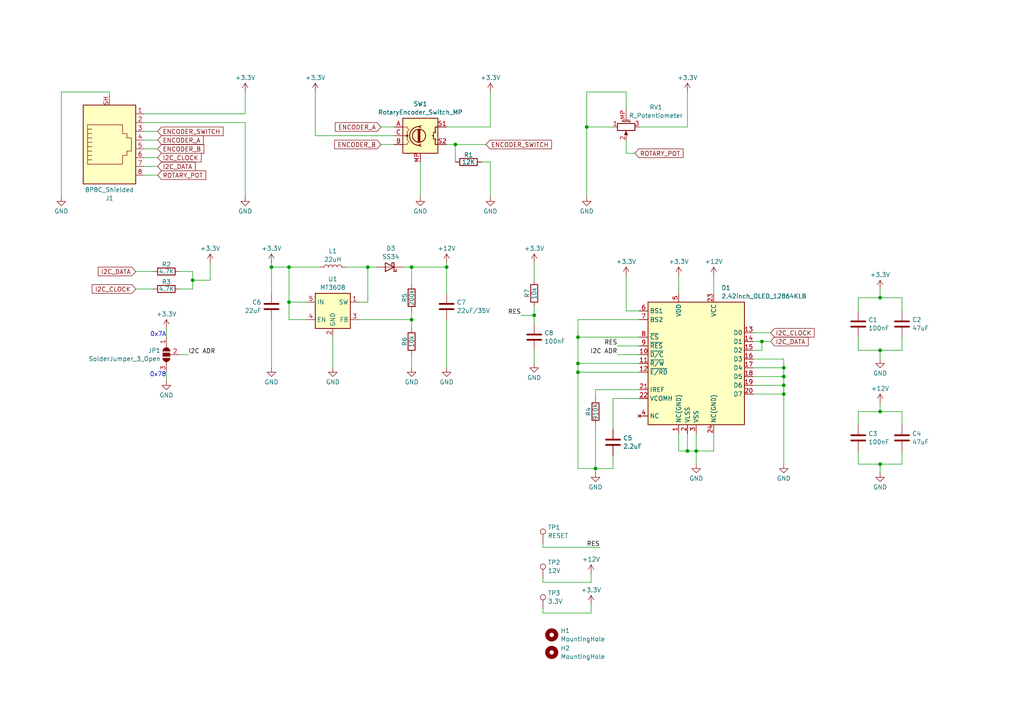
<source format=kicad_sch>
(kicad_sch (version 20231120) (generator "eeschema") (generator_version "8.0")
  (paper "A4")
  (title_block (title "OSSM Custom Remote") (date "2024-08-24") (company "Research and Desire"))
  (lib_symbols
    (symbol "Connector:8P8C_Shielded" (pin_names (offset 1.016))
      (property "Reference" "J1" (at 0 16.8445 0))
      (property "Value" "8P8C_Shielded" (at 0 14.4202 0))
      (symbol "8P8C_Shielded_0_1"
        (polyline (pts (xy -5.08 4.445) (xy -6.35 4.445)))
        (polyline (pts (xy -5.08 5.715) (xy -6.35 5.715)))
        (polyline (pts (xy -6.35 -3.175) (xy -5.08 -3.175) (xy -5.08 -3.175)))
        (polyline (pts (xy -6.35 -1.905) (xy -5.08 -1.905) (xy -5.08 -1.905)))
        (polyline (pts (xy -6.35 -0.635) (xy -5.08 -0.635) (xy -5.08 -0.635)))
        (polyline (pts (xy -6.35 0.635) (xy -5.08 0.635) (xy -5.08 0.635)))
        (polyline (pts (xy -6.35 1.905) (xy -5.08 1.905) (xy -5.08 1.905)))
        (polyline (pts (xy -5.08 3.175) (xy -6.35 3.175) (xy -6.35 3.175)))
        (polyline (pts (xy -6.35 -4.445) (xy -6.35 6.985) (xy 3.81 6.985) (xy 3.81 4.445) (xy 5.08 4.445) (xy 5.08 3.175) (xy 6.35 3.175) (xy 6.35 -0.635) (xy 5.08 -0.635) (xy 5.08 -1.905) (xy 3.81 -1.905) (xy 3.81 -4.445) (xy -6.35 -4.445) (xy -6.35 -4.445)))
        (rectangle (start 7.62 12.7) (end -7.62 -10.16) (stroke (width 0.254)) (fill (type background)))
      )
      (symbol "8P8C_Shielded_1_1"
        (pin power_out line (at 10.16 -7.62 180) (length 2.54) (name "~") (number "1"))
        (pin power_out line (at 10.16 -5.08 180) (length 2.54) (name "~") (number "2"))
        (pin passive line (at 10.16 -2.54 180) (length 2.54) (name "~") (number "3"))
        (pin passive line (at 10.16 0 180) (length 2.54) (name "~") (number "4"))
        (pin passive line (at 10.16 2.54 180) (length 2.54) (name "~") (number "5"))
        (pin passive line (at 10.16 5.08 180) (length 2.54) (name "~") (number "6"))
        (pin passive line (at 10.16 7.62 180) (length 2.54) (name "~") (number "7"))
        (pin passive line (at 10.16 10.16 180) (length 2.54) (name "~") (number "8"))
        (pin passive line (at 0 -12.7 90) (length 2.54) (name "~") (number "SH"))
      )
    )
    (symbol "Connector:TestPoint" (pin_numbers hide) (pin_names (offset 0.762) hide)
      (property "Reference" "TP" (at 0 6.858 0))
      (property "Value" "TestPoint" (at 0 5.08 0))
      (symbol "TestPoint_0_1"
        (circle (center 0 3.302) (radius 0.762))
      )
      (symbol "TestPoint_1_1"
        (pin passive line (at 0 0 90) (length 2.54) (name "1") (number "1"))
      )
    )
    (symbol "Device:C" (pin_numbers hide) (pin_names (offset 0.254))
      (property "Reference" "C" (at 0.635 2.54 0))
      (property "Value" "C" (at 0.635 -2.54 0))
      (symbol "C_0_1"
        (polyline (pts (xy -2.032 -0.762) (xy 2.032 -0.762)) (stroke (width 0.508)))
        (polyline (pts (xy -2.032 0.762) (xy 2.032 0.762)) (stroke (width 0.508)))
      )
      (symbol "C_1_1"
        (pin passive line (at 0 3.81 270) (length 2.794) (name "~") (number "1"))
        (pin passive line (at 0 -3.81 90) (length 2.794) (name "~") (number "2"))
      )
    )
    (symbol "Device:L" (pin_numbers hide) (pin_names (offset 1.016) hide)
      (property "Reference" "L" (at -1.27 0 90))
      (property "Value" "L" (at 1.905 0 90))
      (symbol "L_0_1"
        (arc (start 0 -2.54) (mid 0.6323 -1.905) (end 0 -1.27))
        (arc (start 0 -1.27) (mid 0.6323 -0.635) (end 0 0))
        (arc (start 0 0) (mid 0.6323 0.635) (end 0 1.27))
        (arc (start 0 1.27) (mid 0.6323 1.905) (end 0 2.54))
      )
      (symbol "L_1_1"
        (pin passive line (at 0 3.81 270) (length 1.27) (name "1") (number "1"))
        (pin passive line (at 0 -3.81 90) (length 1.27) (name "2") (number "2"))
      )
    )
    (symbol "Device:R" (pin_numbers hide) (pin_names (offset 0))
      (property "Reference" "R" (at 2.032 0 90))
      (property "Value" "R" (at 0 0 90))
      (symbol "R_0_1"
        (rectangle (start -1.016 -2.54) (end 1.016 2.54) (stroke (width 0.254)))
      )
      (symbol "R_1_1"
        (pin passive line (at 0 3.81 270) (length 1.27) (name "~") (number "1"))
        (pin passive line (at 0 -3.81 90) (length 1.27) (name "~") (number "2"))
      )
    )
    (symbol "Device:R_Potentiometer_MountingPin" (pin_names (offset 1.016) hide)
      (property "Reference" "RV" (at -8.255 0 90))
      (property "Value" "R_Potentiometer_MountingPin" (at -6.35 0 90))
      (symbol "R_Potentiometer_MountingPin_0_1"
        (polyline (pts (xy 2.54 0) (xy 1.524 0)))
        (polyline (pts (xy 1.143 0) (xy 2.286 0.508) (xy 2.286 -0.508)) (fill (type outline)))
        (rectangle (start 1.016 2.54) (end -1.016 -2.54) (stroke (width 0.254)))
      )
      (symbol "R_Potentiometer_MountingPin_1_1"
        (polyline (pts (xy -2.032 1.016) (xy -2.032 -1.016)) (stroke (width 0.1524)))
        (text "Mounting" (at -1.651 0 900) (effects (font (size 0.381 0.381))))
        (pin passive line (at 0 3.81 270) (length 1.27) (name "1") (number "1"))
        (pin passive line (at 3.81 0 180) (length 1.27) (name "2") (number "2"))
        (pin passive line (at 0 -3.81 90) (length 1.27) (name "3") (number "3"))
        (pin passive line (at -5.08 0 0) (length 3.048) (name "MountPin") (number "MP"))
      )
    )
    (symbol "Device:RotaryEncoder_Switch_MP" (pin_names (offset 0.254) hide)
      (property "Reference" "SW" (at 0 8.89 0))
      (property "Value" "RotaryEncoder_Switch_MP" (at 0 6.35 0))
      (symbol "RotaryEncoder_Switch_MP_0_1"
        (rectangle (start -5.08 5.08) (end 5.08 -5.08) (stroke (width 0.254)) (fill (type background)))
        (circle (center -3.81 0) (radius 0.254) (fill (type outline)))
        (circle (center -0.381 0) (radius 1.905) (stroke (width 0.254)))
        (arc (start -0.381 2.667) (mid -3.0988 -0.0635) (end -0.381 -2.794) (stroke (width 0.254)))
        (polyline (pts (xy -0.635 -1.778) (xy -0.635 1.778)) (stroke (width 0.254)))
        (polyline (pts (xy -0.381 -1.778) (xy -0.381 1.778)) (stroke (width 0.254)))
        (polyline (pts (xy -0.127 1.778) (xy -0.127 -1.778)) (stroke (width 0.254)))
        (polyline (pts (xy 3.81 0) (xy 3.429 0)) (stroke (width 0.254)))
        (polyline (pts (xy 3.81 1.016) (xy 3.81 -1.016)) (stroke (width 0.254)))
        (polyline (pts (xy -5.08 -2.54) (xy -3.81 -2.54) (xy -3.81 -2.032)))
        (polyline (pts (xy -5.08 2.54) (xy -3.81 2.54) (xy -3.81 2.032)))
        (polyline (pts (xy 0.254 -3.048) (xy -0.508 -2.794) (xy 0.127 -2.413)) (stroke (width 0.254)))
        (polyline (pts (xy 0.254 2.921) (xy -0.508 2.667) (xy 0.127 2.286)) (stroke (width 0.254)))
        (polyline (pts (xy 5.08 -2.54) (xy 4.318 -2.54) (xy 4.318 -1.016)) (stroke (width 0.254)))
        (polyline (pts (xy 5.08 2.54) (xy 4.318 2.54) (xy 4.318 1.016)) (stroke (width 0.254)))
        (polyline (pts (xy -5.08 0) (xy -3.81 0) (xy -3.81 -1.016) (xy -3.302 -2.032)))
        (polyline (pts (xy -4.318 0) (xy -3.81 0) (xy -3.81 1.016) (xy -3.302 2.032)))
        (circle (center 4.318 -1.016) (radius 0.127) (stroke (width 0.254)))
        (circle (center 4.318 1.016) (radius 0.127) (stroke (width 0.254)))
      )
      (symbol "RotaryEncoder_Switch_MP_1_1"
        (pin passive line (at -7.62 2.54 0) (length 2.54) (name "A") (number "A"))
        (pin passive line (at -7.62 -2.54 0) (length 2.54) (name "B") (number "B"))
        (pin passive line (at -7.62 0 0) (length 2.54) (name "C") (number "C"))
        (pin passive line (at 0 -7.62 90) (length 2.54) (name "MP") (number "MP"))
        (pin passive line (at 7.62 2.54 180) (length 2.54) (name "S1") (number "S1"))
        (pin passive line (at 7.62 -2.54 180) (length 2.54) (name "S2") (number "S2"))
      )
    )
    (symbol "Diode:SS34" (pin_numbers hide) (pin_names (offset 1.016) hide)
      (property "Reference" "D" (at 0 2.54 0))
      (property "Value" "SS34" (at 0 -2.54 0))
      (symbol "SS34_0_1"
        (polyline (pts (xy 1.27 0) (xy -1.27 0)))
        (polyline (pts (xy 1.27 1.27) (xy 1.27 -1.27) (xy -1.27 0) (xy 1.27 1.27)) (stroke (width 0.254)))
        (polyline (pts (xy -1.905 0.635) (xy -1.905 1.27) (xy -1.27 1.27) (xy -1.27 -1.27) (xy -0.635 -1.27) (xy -0.635 -0.635)) (stroke (width 0.254)))
      )
      (symbol "SS34_1_1"
        (pin passive line (at -3.81 0 0) (length 2.54) (name "K") (number "1"))
        (pin passive line (at 3.81 0 180) (length 2.54) (name "A") (number "2"))
      )
    )
    (symbol "Jumper:SolderJumper_3_Open" (pin_names (offset 0) hide) (exclude_from_sim yes) (in_bom no)
      (property "Reference" "JP" (at -2.54 -2.54 0))
      (property "Value" "SolderJumper_3_Open" (at 0 2.794 0))
      (symbol "SolderJumper_3_Open_0_1"
        (arc (start -1.016 1.016) (mid -2.0276 0) (end -1.016 -1.016))
        (arc (start -1.016 1.016) (mid -2.0276 0) (end -1.016 -1.016) (fill (type outline)))
        (rectangle (start -0.508 1.016) (end 0.508 -1.016) (fill (type outline)))
        (polyline (pts (xy -2.54 0) (xy -2.032 0)))
        (polyline (pts (xy -1.016 1.016) (xy -1.016 -1.016)))
        (polyline (pts (xy 0 -1.27) (xy 0 -1.016)))
        (polyline (pts (xy 1.016 1.016) (xy 1.016 -1.016)))
        (polyline (pts (xy 2.54 0) (xy 2.032 0)))
        (arc (start 1.016 -1.016) (mid 2.0276 0) (end 1.016 1.016))
        (arc (start 1.016 -1.016) (mid 2.0276 0) (end 1.016 1.016) (fill (type outline)))
      )
      (symbol "SolderJumper_3_Open_1_1"
        (pin passive line (at -5.08 0 0) (length 2.54) (name "A") (number "1"))
        (pin passive line (at 0 -3.81 90) (length 2.54) (name "C") (number "2"))
        (pin passive line (at 5.08 0 180) (length 2.54) (name "B") (number "3"))
      )
    )
    (symbol "Mechanical:MountingHole" (pin_names (offset 1.016)) (exclude_from_sim yes) (in_bom no)
      (property "Reference" "H" (at 0 5.08 0))
      (property "Value" "MountingHole" (at 0 3.175 0))
      (symbol "MountingHole_0_1"
        (circle (center 0 0) (radius 1.27) (stroke (width 1.27)))
      )
    )
    (symbol "Regulator_Switching:MT3608"
      (property "Reference" "U" (at -2.54 8.89 0))
      (property "Value" "MT3608" (at -3.81 6.35 0))
      (symbol "MT3608_0_1"
        (rectangle (start -5.08 5.08) (end 5.08 -5.08) (stroke (width 0.254)) (fill (type background)))
      )
      (symbol "MT3608_1_1"
        (pin passive line (at 7.62 2.54 180) (length 2.54) (name "SW") (number "1"))
        (pin power_in line (at 0 -7.62 90) (length 2.54) (name "GND") (number "2"))
        (pin input line (at 7.62 -2.54 180) (length 2.54) (name "FB") (number "3"))
        (pin input line (at -7.62 -2.54 0) (length 2.54) (name "EN") (number "4"))
        (pin power_in line (at -7.62 2.54 0) (length 2.54) (name "IN") (number "5"))
        (pin no_connect line (at 5.08 0 180) (length 2.54) hide (name "NC") (number "6"))
      )
    )
    (symbol "ossm:2.42{dblquote}_OLED_2864KLB"
      (property "Reference" "D" (at 9.906 21.59 0))
      (property "Value" "2.42inch_OLED_12864KLB" (at 9.906 19.05 0))
      (symbol "2.42{dblquote}_OLED_2864KLB_1_0"
        (rectangle (start -13.97 17.78) (end 13.97 -17.78) (stroke (width 0.254) (color 128 0 0 1)) (fill (type background)))
        (pin power_in line (at -5.08 -20.32 90) (length 2.54) (name "NC(GND)") (number "1"))
        (pin input line (at -16.51 2.54 0) (length 2.54) (name "~{D/C}") (number "10"))
        (pin input line (at -16.51 0 0) (length 2.54) (name "~{R/W}") (number "11"))
        (pin input line (at -16.51 -2.54 0) (length 2.54) (name "~{E/RD}") (number "12"))
        (pin bidirectional line (at 16.51 8.89 180) (length 2.54) (name "D0") (number "13"))
        (pin bidirectional line (at 16.51 6.35 180) (length 2.54) (name "D1") (number "14"))
        (pin bidirectional line (at 16.51 3.81 180) (length 2.54) (name "D2") (number "15"))
        (pin bidirectional line (at 16.51 1.27 180) (length 2.54) (name "D3") (number "16"))
        (pin bidirectional line (at 16.51 -1.27 180) (length 2.54) (name "D4") (number "17"))
        (pin bidirectional line (at 16.51 -3.81 180) (length 2.54) (name "D5") (number "18"))
        (pin bidirectional line (at 16.51 -6.35 180) (length 2.54) (name "D6") (number "19"))
        (pin power_in line (at -2.54 -20.32 90) (length 2.54) (name "VLSS") (number "2"))
        (pin bidirectional line (at 16.51 -8.89 180) (length 2.54) (name "D7") (number "20"))
        (pin input line (at -16.51 -7.62 0) (length 2.54) (name "IREF") (number "21"))
        (pin input line (at -16.51 -10.16 0) (length 2.54) (name "VCOMH") (number "22"))
        (pin power_in line (at 5.08 20.32 270) (length 2.54) (name "VCC") (number "23"))
        (pin power_in line (at 5.08 -20.32 90) (length 2.54) (name "NC(GND)") (number "24"))
        (pin power_in line (at 0 -20.32 90) (length 2.54) (name "VSS") (number "3"))
        (pin no_connect line (at -16.51 -15.24 0) (length 2.54) (name "NC") (number "4"))
        (pin power_in line (at -5.08 20.32 270) (length 2.54) (name "VDD") (number "5"))
        (pin input line (at -16.51 15.24 0) (length 2.54) (name "BS1") (number "6"))
        (pin input line (at -16.51 12.7 0) (length 2.54) (name "BS2") (number "7"))
        (pin input line (at -16.51 7.62 0) (length 2.54) (name "~{CS}") (number "8"))
        (pin input line (at -16.51 5.08 0) (length 2.54) (name "~{RES}") (number "9"))
      )
    )
    (symbol "power:+12V" (power) (pin_numbers hide) (pin_names (offset 0) hide)
      (property "Value" "+12V" (at 0 3.556 0))
      (symbol "+12V_0_1"
        (polyline (pts (xy -0.762 1.27) (xy 0 2.54)))
        (polyline (pts (xy 0 0) (xy 0 2.54)))
        (polyline (pts (xy 0 2.54) (xy 0.762 1.27)))
      )
      (symbol "+12V_1_1"
        (pin power_in line (at 0 0 90) (length 0) (name "~") (number "1"))
      )
    )
    (symbol "power:+3.3V" (power) (pin_numbers hide) (pin_names (offset 0) hide)
      (property "Value" "+3.3V" (at 0 3.556 0))
      (symbol "+3.3V_0_1"
        (polyline (pts (xy -0.762 1.27) (xy 0 2.54)))
        (polyline (pts (xy 0 0) (xy 0 2.54)))
        (polyline (pts (xy 0 2.54) (xy 0.762 1.27)))
      )
      (symbol "+3.3V_1_1"
        (pin power_in line (at 0 0 90) (length 0) (name "~") (number "1"))
      )
    )
    (symbol "power:GND" (power) (pin_numbers hide) (pin_names (offset 0) hide)
      (property "Value" "GND" (at 0 -3.81 0))
      (symbol "GND_0_1"
        (polyline (pts (xy 0 0) (xy 0 -1.27) (xy 1.27 -1.27) (xy 0 -2.54) (xy -1.27 -1.27) (xy 0 -1.27)))
      )
      (symbol "GND_1_1"
        (pin power_in line (at 0 0 270) (length 0) (name "~") (number "1"))
      )
    )
  )
  (junction (at 170.18 36.83))
  (junction (at 199.39 130.81))
  (junction (at 167.64 107.95))
  (junction (at 167.64 105.41))
  (junction (at 227.33 114.3))
  (junction (at 55.88 81.28))
  (junction (at 255.27 134.62))
  (junction (at 129.54 77.47))
  (junction (at 227.33 106.68))
  (junction (at 106.68 77.47))
  (junction (at 255.27 119.38))
  (junction (at 201.93 130.81))
  (junction (at 255.27 101.6))
  (junction (at 83.82 87.63))
  (junction (at 78.74 77.47))
  (junction (at 83.82 77.47))
  (junction (at 220.98 99.06))
  (junction (at 227.33 109.22))
  (junction (at 227.33 111.76))
  (junction (at 172.72 135.89))
  (junction (at 119.38 92.71))
  (junction (at 132.08 41.91))
  (junction (at 154.94 91.44))
  (junction (at 167.64 97.79))
  (junction (at 255.27 86.36))
  (junction (at 119.38 77.47))
  (wire (pts (xy 218.44 111.76) (xy 227.33 111.76)))
  (wire (pts (xy 179.07 102.87) (xy 185.42 102.87)))
  (wire (pts (xy 261.62 123.19) (xy 261.62 119.38)))
  (wire (pts (xy 179.07 100.33) (xy 185.42 100.33)))
  (wire (pts (xy 181.61 90.17) (xy 181.61 80.01)))
  (wire (pts (xy 41.91 40.64) (xy 45.72 40.64)))
  (wire (pts (xy 154.94 76.2) (xy 154.94 81.28)))
  (wire (pts (xy 167.64 105.41) (xy 185.42 105.41)))
  (wire (pts (xy 255.27 116.84) (xy 255.27 119.38)))
  (wire (pts (xy 248.92 97.79) (xy 248.92 101.6)))
  (wire (pts (xy 71.12 35.56) (xy 41.91 35.56)))
  (wire (pts (xy 177.8 135.89) (xy 177.8 132.08)))
  (wire (pts (xy 104.14 92.71) (xy 119.38 92.71)))
  (wire (pts (xy 106.68 87.63) (xy 106.68 77.47)))
  (wire (pts (xy 52.07 83.82) (xy 55.88 83.82)))
  (wire (pts (xy 157.48 177.8) (xy 171.45 177.8)))
  (wire (pts (xy 129.54 41.91) (xy 132.08 41.91)))
  (wire (pts (xy 227.33 111.76) (xy 227.33 109.22)))
  (wire (pts (xy 167.64 97.79) (xy 167.64 92.71)))
  (wire (pts (xy 184.15 44.45) (xy 181.61 44.45)))
  (wire (pts (xy 129.54 92.71) (xy 129.54 106.68)))
  (wire (pts (xy 255.27 101.6) (xy 255.27 104.14)))
  (wire (pts (xy 129.54 77.47) (xy 129.54 76.2)))
  (wire (pts (xy 248.92 130.81) (xy 248.92 134.62)))
  (wire (pts (xy 100.33 77.47) (xy 106.68 77.47)))
  (wire (pts (xy 39.37 83.82) (xy 44.45 83.82)))
  (wire (pts (xy 151.13 91.44) (xy 154.94 91.44)))
  (wire (pts (xy 91.44 39.37) (xy 91.44 26.67)))
  (wire (pts (xy 83.82 92.71) (xy 83.82 87.63)))
  (wire (pts (xy 110.49 36.83) (xy 114.3 36.83)))
  (wire (pts (xy 119.38 77.47) (xy 116.84 77.47)))
  (wire (pts (xy 261.62 90.17) (xy 261.62 86.36)))
  (wire (pts (xy 48.26 107.95) (xy 48.26 110.49)))
  (wire (pts (xy 207.01 125.73) (xy 207.01 130.81)))
  (wire (pts (xy 71.12 57.15) (xy 71.12 35.56)))
  (wire (pts (xy 60.96 76.2) (xy 60.96 81.28)))
  (wire (pts (xy 78.74 77.47) (xy 78.74 76.2)))
  (wire (pts (xy 41.91 48.26) (xy 45.72 48.26)))
  (wire (pts (xy 78.74 92.71) (xy 78.74 106.68)))
  (wire (pts (xy 170.18 26.67) (xy 170.18 36.83)))
  (wire (pts (xy 154.94 88.9) (xy 154.94 91.44)))
  (wire (pts (xy 207.01 130.81) (xy 201.93 130.81)))
  (wire (pts (xy 196.85 80.01) (xy 196.85 85.09)))
  (wire (pts (xy 181.61 26.67) (xy 170.18 26.67)))
  (wire (pts (xy 167.64 135.89) (xy 172.72 135.89)))
  (wire (pts (xy 201.93 130.81) (xy 199.39 130.81)))
  (wire (pts (xy 114.3 39.37) (xy 91.44 39.37)))
  (wire (pts (xy 119.38 102.87) (xy 119.38 106.68)))
  (wire (pts (xy 132.08 46.99) (xy 132.08 41.91)))
  (wire (pts (xy 139.7 46.99) (xy 142.24 46.99)))
  (wire (pts (xy 218.44 109.22) (xy 227.33 109.22)))
  (wire (pts (xy 41.91 38.1) (xy 45.72 38.1)))
  (wire (pts (xy 218.44 114.3) (xy 227.33 114.3)))
  (wire (pts (xy 218.44 99.06) (xy 220.98 99.06)))
  (wire (pts (xy 255.27 134.62) (xy 255.27 137.16)))
  (wire (pts (xy 199.39 130.81) (xy 196.85 130.81)))
  (wire (pts (xy 83.82 77.47) (xy 92.71 77.47)))
  (wire (pts (xy 31.75 26.67) (xy 31.75 27.94)))
  (wire (pts (xy 142.24 57.15) (xy 142.24 46.99)))
  (wire (pts (xy 171.45 177.8) (xy 171.45 175.26)))
  (wire (pts (xy 157.48 176.53) (xy 157.48 177.8)))
  (wire (pts (xy 199.39 125.73) (xy 199.39 130.81)))
  (wire (pts (xy 154.94 91.44) (xy 154.94 93.98)))
  (wire (pts (xy 55.88 81.28) (xy 55.88 78.74)))
  (wire (pts (xy 157.48 158.75) (xy 157.48 157.48)))
  (wire (pts (xy 177.8 115.57) (xy 185.42 115.57)))
  (wire (pts (xy 201.93 125.73) (xy 201.93 130.81)))
  (wire (pts (xy 157.48 168.91) (xy 171.45 168.91)))
  (wire (pts (xy 55.88 78.74) (xy 52.07 78.74)))
  (wire (pts (xy 227.33 106.68) (xy 227.33 104.14)))
  (wire (pts (xy 83.82 77.47) (xy 78.74 77.47)))
  (wire (pts (xy 110.49 41.91) (xy 114.3 41.91)))
  (wire (pts (xy 255.27 119.38) (xy 248.92 119.38)))
  (wire (pts (xy 199.39 36.83) (xy 185.42 36.83)))
  (wire (pts (xy 167.64 105.41) (xy 167.64 97.79)))
  (wire (pts (xy 255.27 134.62) (xy 261.62 134.62)))
  (wire (pts (xy 48.26 95.25) (xy 48.26 97.79)))
  (wire (pts (xy 167.64 97.79) (xy 185.42 97.79)))
  (wire (pts (xy 121.92 57.15) (xy 121.92 46.99)))
  (wire (pts (xy 227.33 114.3) (xy 227.33 111.76)))
  (wire (pts (xy 218.44 106.68) (xy 227.33 106.68)))
  (wire (pts (xy 255.27 86.36) (xy 248.92 86.36)))
  (wire (pts (xy 248.92 134.62) (xy 255.27 134.62)))
  (wire (pts (xy 181.61 31.75) (xy 181.61 26.67)))
  (wire (pts (xy 104.14 87.63) (xy 106.68 87.63)))
  (wire (pts (xy 181.61 44.45) (xy 181.61 40.64)))
  (wire (pts (xy 157.48 158.75) (xy 173.99 158.75)))
  (wire (pts (xy 248.92 101.6) (xy 255.27 101.6)))
  (wire (pts (xy 132.08 41.91) (xy 140.97 41.91)))
  (wire (pts (xy 196.85 125.73) (xy 196.85 130.81)))
  (wire (pts (xy 220.98 99.06) (xy 223.52 99.06)))
  (wire (pts (xy 185.42 90.17) (xy 181.61 90.17)))
  (wire (pts (xy 142.24 36.83) (xy 129.54 36.83)))
  (wire (pts (xy 170.18 36.83) (xy 170.18 57.15)))
  (wire (pts (xy 78.74 77.47) (xy 78.74 85.09)))
  (wire (pts (xy 41.91 33.02) (xy 71.12 33.02)))
  (wire (pts (xy 227.33 134.62) (xy 227.33 114.3)))
  (wire (pts (xy 220.98 99.06) (xy 220.98 101.6)))
  (wire (pts (xy 167.64 135.89) (xy 167.64 107.95)))
  (wire (pts (xy 172.72 113.03) (xy 185.42 113.03)))
  (wire (pts (xy 54.61 102.87) (xy 52.07 102.87)))
  (wire (pts (xy 172.72 123.19) (xy 172.72 135.89)))
  (wire (pts (xy 167.64 107.95) (xy 167.64 105.41)))
  (wire (pts (xy 218.44 101.6) (xy 220.98 101.6)))
  (wire (pts (xy 154.94 101.6) (xy 154.94 105.41)))
  (wire (pts (xy 41.91 45.72) (xy 45.72 45.72)))
  (wire (pts (xy 17.78 26.67) (xy 17.78 57.15)))
  (wire (pts (xy 199.39 26.67) (xy 199.39 36.83)))
  (wire (pts (xy 227.33 109.22) (xy 227.33 106.68)))
  (wire (pts (xy 261.62 134.62) (xy 261.62 130.81)))
  (wire (pts (xy 41.91 50.8) (xy 45.72 50.8)))
  (wire (pts (xy 88.9 87.63) (xy 83.82 87.63)))
  (wire (pts (xy 129.54 77.47) (xy 129.54 85.09)))
  (wire (pts (xy 96.52 97.79) (xy 96.52 106.68)))
  (wire (pts (xy 119.38 82.55) (xy 119.38 77.47)))
  (wire (pts (xy 207.01 80.01) (xy 207.01 85.09)))
  (wire (pts (xy 172.72 115.57) (xy 172.72 113.03)))
  (wire (pts (xy 261.62 86.36) (xy 255.27 86.36)))
  (wire (pts (xy 39.37 78.74) (xy 44.45 78.74)))
  (wire (pts (xy 177.8 124.46) (xy 177.8 115.57)))
  (wire (pts (xy 167.64 92.71) (xy 185.42 92.71)))
  (wire (pts (xy 119.38 77.47) (xy 129.54 77.47)))
  (wire (pts (xy 171.45 166.37) (xy 171.45 168.91)))
  (wire (pts (xy 41.91 43.18) (xy 45.72 43.18)))
  (wire (pts (xy 255.27 83.82) (xy 255.27 86.36)))
  (wire (pts (xy 172.72 135.89) (xy 177.8 135.89)))
  (wire (pts (xy 255.27 101.6) (xy 261.62 101.6)))
  (wire (pts (xy 60.96 81.28) (xy 55.88 81.28)))
  (wire (pts (xy 261.62 119.38) (xy 255.27 119.38)))
  (wire (pts (xy 31.75 26.67) (xy 17.78 26.67)))
  (wire (pts (xy 177.8 36.83) (xy 170.18 36.83)))
  (wire (pts (xy 71.12 33.02) (xy 71.12 26.67)))
  (wire (pts (xy 261.62 101.6) (xy 261.62 97.79)))
  (wire (pts (xy 119.38 92.71) (xy 119.38 95.25)))
  (wire (pts (xy 83.82 87.63) (xy 83.82 77.47)))
  (wire (pts (xy 55.88 83.82) (xy 55.88 81.28)))
  (wire (pts (xy 172.72 135.89) (xy 172.72 137.16)))
  (wire (pts (xy 201.93 130.81) (xy 201.93 134.62)))
  (wire (pts (xy 106.68 77.47) (xy 109.22 77.47)))
  (wire (pts (xy 248.92 119.38) (xy 248.92 123.19)))
  (wire (pts (xy 119.38 90.17) (xy 119.38 92.71)))
  (wire (pts (xy 157.48 167.64) (xy 157.48 168.91)))
  (wire (pts (xy 227.33 104.14) (xy 218.44 104.14)))
  (wire (pts (xy 88.9 92.71) (xy 83.82 92.71)))
  (wire (pts (xy 248.92 86.36) (xy 248.92 90.17)))
  (wire (pts (xy 142.24 26.67) (xy 142.24 36.83)))
  (wire (pts (xy 218.44 96.52) (xy 223.52 96.52)))
  (wire (pts (xy 167.64 107.95) (xy 185.42 107.95)))
  (text "0x7A" (at 48.26 97.79 0) (effects (font (size 1.27 1.27)) (justify right bottom)))
  (text "0x78" (at 48.26 107.95 0) (effects (font (size 1.27 1.27)) (justify right top)))
  (label "I2C ADR" (at 179.07 102.87 180))
  (label "RES" (at 173.99 158.75 180))
  (label "I2C ADR" (at 54.61 102.87 0))
  (label "RES" (at 151.13 91.44 180))
  (label "RES" (at 179.07 100.33 180))
  (global_label "ENCODER_SWITCH" (shape input) (at 140.97 41.91 0) (property "Intersheetrefs" "${INTERSHEET_REFS}" (effects (hide yes))))
  (global_label "I2C_DATA" (shape input) (at 45.72 48.26 0) (property "Intersheetrefs" "${INTERSHEET_REFS}" (effects (hide yes))))
  (global_label "I2C_CLOCK" (shape input) (at 45.72 45.72 0) (property "Intersheetrefs" "${INTERSHEET_REFS}" (effects (hide yes))))
  (global_label "ENCODER_SWITCH" (shape input) (at 45.72 38.1 0) (property "Intersheetrefs" "${INTERSHEET_REFS}" (effects (hide yes))))
  (global_label "I2C_DATA" (shape input) (at 223.52 99.06 0) (property "Intersheetrefs" "${INTERSHEET_REFS}" (effects (hide yes))))
  (global_label "ROTARY_POT" (shape input) (at 184.15 44.45 0) (property "Intersheetrefs" "${INTERSHEET_REFS}" (effects (hide yes))))
  (global_label "I2C_CLOCK" (shape input) (at 223.52 96.52 0) (property "Intersheetrefs" "${INTERSHEET_REFS}" (effects (hide yes))))
  (global_label "ENCODER_A" (shape input) (at 110.49 36.83 180) (property "Intersheetrefs" "${INTERSHEET_REFS}" (effects (hide yes))))
  (global_label "ROTARY_POT" (shape input) (at 45.72 50.8 0) (property "Intersheetrefs" "${INTERSHEET_REFS}" (effects (hide yes))))
  (global_label "ENCODER_B" (shape input) (at 110.49 41.91 180) (property "Intersheetrefs" "${INTERSHEET_REFS}" (effects (hide yes))))
  (global_label "ENCODER_B" (shape input) (at 45.72 43.18 0) (property "Intersheetrefs" "${INTERSHEET_REFS}" (effects (hide yes))))
  (global_label "I2C_DATA" (shape input) (at 39.37 78.74 180) (property "Intersheetrefs" "${INTERSHEET_REFS}" (effects (hide yes))))
  (global_label "ENCODER_A" (shape input) (at 45.72 40.64 0) (property "Intersheetrefs" "${INTERSHEET_REFS}" (effects (hide yes))))
  (global_label "I2C_CLOCK" (shape input) (at 39.37 83.82 180) (property "Intersheetrefs" "${INTERSHEET_REFS}" (effects (hide yes))))
  (symbol (lib_id "power:GND") (at 71.12 57.15 0) (unit 1)
    (property "Reference" "#PWR02" (effects (hide yes)))
    (property "Value" "GND" (at 71.12 61.2831 0))
    (property "Description" "Power symbol creates a global label with name \"GND\" , ground" (effects (hide yes)))
  )
  (symbol (lib_id "power:+3.3V") (at 48.26 95.25 0) (mirror y) (unit 1)
    (property "Reference" "#PWR017" (effects (hide yes)))
    (property "Value" "+3.3V" (at 48.26 91.1169 0))
    (property "Description" "Power symbol creates a global label with name \"+3.3V\"" (effects (hide yes)))
  )
  (symbol (lib_id "Diode:SS34") (at 113.03 77.47 180) (unit 1)
    (property "Reference" "D3" (at 113.3475 72.0555 0))
    (property "Value" "SS34" (at 113.3475 74.4798 0))
    (property "Footprint" "Diode_SMD:D_SMA" (effects (hide yes)))
    (property "Datasheet" "https://www.vishay.com/docs/88751/ss32.pdf" (effects (hide yes)))
    (property "Description" "40V 3A Schottky Diode, SMA" (effects (hide yes)))
  )
  (symbol (lib_id "power:+3.3V") (at 181.61 80.01 0) (unit 1)
    (property "Reference" "#PWR016" (effects (hide yes)))
    (property "Value" "+3.3V" (at 181.61 75.8769 0))
    (property "Description" "Power symbol creates a global label with name \"+3.3V\"" (effects (hide yes)))
  )
  (symbol (lib_id "power:GND") (at 78.74 106.68 0) (unit 1)
    (property "Reference" "#PWR026" (effects (hide yes)))
    (property "Value" "GND" (at 78.74 110.8131 0))
    (property "Description" "Power symbol creates a global label with name \"GND\" , ground" (effects (hide yes)))
  )
  (symbol (lib_id "Device:C") (at 78.74 88.9 0) (mirror y) (unit 1)
    (property "Reference" "C6" (at 75.819 87.6878 0) (effects (justify left)))
    (property "Value" "22uF" (at 75.819 90.1121 0) (effects (justify left)))
    (property "Footprint" "Capacitor_SMD:C_0805_2012Metric" (effects (hide yes)))
    (property "Description" "Unpolarized capacitor" (effects (hide yes)))
  )
  (symbol (lib_id "power:GND") (at 119.38 106.68 0) (unit 1)
    (property "Reference" "#PWR027" (effects (hide yes)))
    (property "Value" "GND" (at 119.38 110.8131 0))
    (property "Description" "Power symbol creates a global label with name \"GND\" , ground" (effects (hide yes)))
  )
  (symbol (lib_id "power:GND") (at 201.93 134.62 0) (unit 1)
    (property "Reference" "#PWR012" (effects (hide yes)))
    (property "Value" "GND" (at 201.93 138.7531 0))
    (property "Description" "Power symbol creates a global label with name \"GND\" , ground" (effects (hide yes)))
  )
  (symbol (lib_id "Device:C") (at 177.8 128.27 0) (unit 1)
    (property "Reference" "C5" (at 180.721 127.0578 0) (effects (justify left)))
    (property "Value" "2.2uF" (at 180.721 129.4821 0) (effects (justify left)))
    (property "Footprint" "Capacitor_SMD:C_0805_2012Metric" (effects (hide yes)))
    (property "Description" "Unpolarized capacitor" (effects (hide yes)))
  )
  (symbol (lib_id "Device:RotaryEncoder_Switch_MP") (at 121.92 39.37 0) (unit 1)
    (property "Reference" "SW1" (at 121.92 30.1455 0))
    (property "Value" "RotaryEncoder_Switch_MP" (at 121.92 32.5698 0))
    (property "Footprint" "Rotary_Encoder:RotaryEncoder_Alps_EC11E-Switch_Vertical_H20mm" (effects (hide yes)))
    (property "Datasheet" "https://tech.alpsalpine.com/e/products/detail/EC11E15244G1/" (effects (hide yes)))
    (property "Description" "Rotary encoder, dual channel, incremental quadrate outputs, with switch and MP Pin" (effects (hide yes)))
    (property "MPN" "EC11E15244G1" (effects (hide yes)))
    (property "Mfg" "ALPS" (effects (hide yes)))
  )
  (symbol (lib_id "power:+3.3V") (at 171.45 175.26 0) (unit 1)
    (property "Reference" "#PWR029" (effects (hide yes)))
    (property "Value" "+3.3V" (at 171.45 171.1269 0))
    (property "Description" "Power symbol creates a global label with name \"+3.3V\"" (effects (hide yes)))
  )
  (symbol (lib_id "Device:R") (at 48.26 83.82 90) (unit 1)
    (property "Reference" "R3" (at 48.26 81.788 90))
    (property "Value" "4.7K" (at 48.26 83.82 90))
    (property "Footprint" "Resistor_SMD:R_0805_2012Metric" (effects (hide yes)))
    (property "Description" "Resistor" (effects (hide yes)))
  )
  (symbol (lib_id "Device:C") (at 261.62 127 0) (unit 1)
    (property "Reference" "C4" (at 264.541 125.7878 0) (effects (justify left)))
    (property "Value" "47uF" (at 264.541 128.2121 0) (effects (justify left)))
    (property "Footprint" "Capacitor_SMD:C_0805_2012Metric" (effects (hide yes)))
    (property "Description" "Unpolarized capacitor" (effects (hide yes)))
  )
  (symbol (lib_id "power:+3.3V") (at 71.12 26.67 0) (unit 1)
    (property "Reference" "#PWR01" (effects (hide yes)))
    (property "Value" "+3.3V" (at 71.12 22.5369 0))
    (property "Description" "Power symbol creates a global label with name \"+3.3V\"" (effects (hide yes)))
  )
  (symbol (lib_id "Regulator_Switching:MT3608") (at 96.52 90.17 0) (unit 1)
    (property "Reference" "U1" (at 96.52 80.9455 0))
    (property "Value" "MT3608" (at 96.52 83.3698 0))
    (property "Footprint" "Package_TO_SOT_SMD:SOT-23-6" (effects (hide yes)))
    (property "Datasheet" "https://www.olimex.com/Products/Breadboarding/BB-PWR-3608/resources/MT3608.pdf" (effects (hide yes)))
    (property "Description" "High Efficiency 1.2MHz 2A Step Up Converter, 2-24V Vin, 28V Vout, 4A current limit, 1.2MHz, SOT23-6" (effects (hide yes)))
    (property "MPN" "MT3608" (effects (hide yes)))
    (property "Mfg" "AEROSEMI" (effects (hide yes)))
  )
  (symbol (lib_id "Device:R") (at 119.38 86.36 180) (unit 1)
    (property "Reference" "R5" (at 117.348 86.36 90))
    (property "Value" "200k" (at 119.38 86.36 90))
    (property "Footprint" "Resistor_SMD:R_0805_2012Metric" (effects (hide yes)))
    (property "Description" "Resistor" (effects (hide yes)))
  )
  (symbol (lib_id "Device:R") (at 154.94 85.09 180) (unit 1)
    (property "Reference" "R7" (at 152.908 85.09 90))
    (property "Value" "10k" (at 154.94 85.09 90))
    (property "Footprint" "Resistor_SMD:R_0805_2012Metric" (effects (hide yes)))
    (property "Description" "Resistor" (effects (hide yes)))
  )
  (symbol (lib_id "power:GND") (at 129.54 106.68 0) (unit 1)
    (property "Reference" "#PWR028" (effects (hide yes)))
    (property "Value" "GND" (at 129.54 110.8131 0))
    (property "Description" "Power symbol creates a global label with name \"GND\" , ground" (effects (hide yes)))
  )
  (symbol (lib_id "Mechanical:MountingHole") (at 160.02 189.23 0) (unit 1) (exclude_from_sim yes) (in_bom no)
    (property "Reference" "H2" (at 162.56 188.0178 0) (effects (justify left)))
    (property "Value" "MountingHole" (at 162.56 190.4421 0) (effects (justify left)))
    (property "Footprint" "MountingHole:MountingHole_3.2mm_M3_DIN965_Pad" (effects (hide yes)))
    (property "Description" "Mounting Hole without connection" (effects (hide yes)))
  )
  (symbol (lib_id "power:+3.3V") (at 199.39 26.67 0) (unit 1)
    (property "Reference" "#PWR07" (effects (hide yes)))
    (property "Value" "+3.3V" (at 199.39 22.5369 0))
    (property "Description" "Power symbol creates a global label with name \"+3.3V\"" (effects (hide yes)))
  )
  (symbol (lib_id "Connector:TestPoint") (at 157.48 157.48 0) (unit 1)
    (property "Reference" "TP1" (at 158.877 152.9658 0) (effects (justify left)))
    (property "Value" "RESET" (at 158.877 155.3901 0) (effects (justify left)))
    (property "Footprint" "TestPoint:TestPoint_Pad_D1.5mm" (effects (hide yes)))
    (property "Description" "test point" (effects (hide yes)))
  )
  (symbol (lib_id "power:+12V") (at 255.27 116.84 0) (unit 1)
    (property "Reference" "#PWR021" (effects (hide yes)))
    (property "Value" "+12V" (at 255.27 112.7069 0))
    (property "Description" "Power symbol creates a global label with name \"+12V\"" (effects (hide yes)))
  )
  (symbol (lib_id "power:GND") (at 255.27 137.16 0) (unit 1)
    (property "Reference" "#PWR022" (effects (hide yes)))
    (property "Value" "GND" (at 255.27 141.2931 0))
    (property "Description" "Power symbol creates a global label with name \"GND\" , ground" (effects (hide yes)))
  )
  (symbol (lib_id "Connector:8P8C_Shielded") (at 31.75 40.64 0) (mirror x) (unit 1)
    (property "Reference" "J1" (at 31.75 57.4845 0))
    (property "Value" "8P8C_Shielded" (at 31.75 55.0602 0))
    (property "Footprint" "OSSM:RJ45_Molex_438605025_Horizontal" (effects (hide yes)))
    (property "Datasheet" "https://www.molex.com/en-us/products/part-detail/438605025?display=pdf" (effects (hide yes)))
    (property "Description" "RJ connector, 8P8C (8 positions 8 connected), RJ31/RJ32/RJ33/RJ34/RJ35/RJ41/RJ45/RJ49/RJ61, Shielded" (effects (hide yes)))
    (property "MPN" "43860-5025" (effects (hide yes)))
    (property "Mfg" "Molex" (effects (hide yes)))
  )
  (symbol (lib_id "Device:L") (at 96.52 77.47 90) (unit 1)
    (property "Reference" "L1" (at 96.52 72.8202 90))
    (property "Value" "22uH" (at 96.52 75.2445 90))
    (property "Footprint" "Inductor_SMD:L_1812_4532Metric" (effects (hide yes)))
    (property "Description" "Inductor" (effects (hide yes)))
    (property "MPN" "LQH43MN220K" (effects (hide yes)))
    (property "Mfg" "Murata" (effects (hide yes)))
  )
  (symbol (lib_id "Mechanical:MountingHole") (at 160.02 184.15 0) (unit 1) (exclude_from_sim yes) (in_bom no)
    (property "Reference" "H1" (at 162.56 182.9378 0) (effects (justify left)))
    (property "Value" "MountingHole" (at 162.56 185.3621 0) (effects (justify left)))
    (property "Footprint" "MountingHole:MountingHole_3.2mm_M3_DIN965_Pad" (effects (hide yes)))
    (property "Description" "Mounting Hole without connection" (effects (hide yes)))
  )
  (symbol (lib_id "power:+3.3V") (at 142.24 26.67 0) (unit 1)
    (property "Reference" "#PWR06" (effects (hide yes)))
    (property "Value" "+3.3V" (at 142.24 22.5369 0))
    (property "Description" "Power symbol creates a global label with name \"+3.3V\"" (effects (hide yes)))
  )
  (symbol (lib_id "Device:C") (at 154.94 97.79 0) (unit 1)
    (property "Reference" "C8" (at 157.861 96.5778 0) (effects (justify left)))
    (property "Value" "100nF" (at 157.861 99.0021 0) (effects (justify left)))
    (property "Footprint" "Capacitor_SMD:C_0805_2012Metric" (effects (hide yes)))
    (property "Description" "Unpolarized capacitor" (effects (hide yes)))
  )
  (symbol (lib_id "Device:C") (at 261.62 93.98 0) (unit 1)
    (property "Reference" "C2" (at 264.541 92.7678 0) (effects (justify left)))
    (property "Value" "47uF" (at 264.541 95.1921 0) (effects (justify left)))
    (property "Footprint" "Capacitor_SMD:C_0805_2012Metric" (effects (hide yes)))
    (property "Description" "Unpolarized capacitor" (effects (hide yes)))
  )
  (symbol (lib_id "Jumper:SolderJumper_3_Open") (at 48.26 102.87 90) (mirror x) (unit 1) (exclude_from_sim yes) (in_bom no)
    (property "Reference" "JP1" (at 46.609 101.6578 90) (effects (justify left)))
    (property "Value" "SolderJumper_3_Open" (at 46.609 104.0821 90) (effects (justify left)))
    (property "Footprint" "Jumper:SolderJumper-3_P1.3mm_Open_RoundedPad1.0x1.5mm_NumberLabels" (effects (hide yes)))
    (property "Description" "Solder Jumper, 3-pole, open" (effects (hide yes)))
  )
  (symbol (lib_id "ossm:2.42{dblquote}_OLED_2864KLB") (at 201.93 105.41 0) (unit 1)
    (property "Reference" "D1" (at 209.2041 83.4855 0) (effects (justify left)))
    (property "Value" "2.42inch_OLED_12864KLB" (at 209.2041 85.9098 0) (effects (justify left)))
    (property "Footprint" "OSSM:2.42_OLED_24P_FPC_0.5MM" (effects (hide yes)))
    (property "Description" "Bare OLED Dsiplay, uses FPC Half Coverage Top Contact 0.5K-BS-24PWB for connector" (effects (hide yes)))
  )
  (symbol (lib_id "power:+3.3V") (at 78.74 76.2 0) (unit 1)
    (property "Reference" "#PWR023" (effects (hide yes)))
    (property "Value" "+3.3V" (at 78.74 72.0669 0))
    (property "Description" "Power symbol creates a global label with name \"+3.3V\"" (effects (hide yes)))
  )
  (symbol (lib_id "Device:R") (at 119.38 99.06 180) (unit 1)
    (property "Reference" "R6" (at 117.348 99.06 90))
    (property "Value" "10k" (at 119.38 99.06 90))
    (property "Footprint" "Resistor_SMD:R_0805_2012Metric" (effects (hide yes)))
    (property "Description" "Resistor" (effects (hide yes)))
  )
  (symbol (lib_id "Connector:TestPoint") (at 157.48 176.53 0) (unit 1)
    (property "Reference" "TP3" (at 158.877 172.0158 0) (effects (justify left)))
    (property "Value" "3.3V" (at 158.877 174.4401 0) (effects (justify left)))
    (property "Footprint" "TestPoint:TestPoint_Pad_D1.5mm" (effects (hide yes)))
    (property "Description" "test point" (effects (hide yes)))
  )
  (symbol (lib_id "Device:R") (at 172.72 119.38 180) (unit 1)
    (property "Reference" "R4" (at 170.688 119.38 90))
    (property "Value" "910K" (at 172.72 119.38 90))
    (property "Footprint" "Resistor_SMD:R_0805_2012Metric" (effects (hide yes)))
    (property "Description" "Resistor" (effects (hide yes)))
  )
  (symbol (lib_id "Device:R") (at 135.89 46.99 90) (unit 1)
    (property "Reference" "R1" (at 135.89 44.958 90))
    (property "Value" "12K" (at 135.89 46.99 90))
    (property "Footprint" "Resistor_SMD:R_0805_2012Metric" (effects (hide yes)))
    (property "Description" "Resistor" (effects (hide yes)))
  )
  (symbol (lib_id "power:GND") (at 227.33 134.62 0) (unit 1)
    (property "Reference" "#PWR014" (effects (hide yes)))
    (property "Value" "GND" (at 227.33 138.7531 0))
    (property "Description" "Power symbol creates a global label with name \"GND\" , ground" (effects (hide yes)))
  )
  (symbol (lib_id "Device:R_Potentiometer_MountingPin") (at 181.61 36.83 90) (mirror x) (unit 1)
    (property "Reference" "RV1" (at 190.246 31.1037 90))
    (property "Value" "R_Potentiometer" (at 190.246 33.528 90))
    (property "Footprint" "Potentiometer_THT:Potentiometer_Alps_RK09L_Single_Vertical" (effects (hide yes)))
    (property "Datasheet" "https://tech.alpsalpine.com/e/products/detail/RK09L1140A2U/" (effects (hide yes)))
    (property "Description" "Potentiometer with a mounting pin" (effects (hide yes)))
    (property "MPN" "RK09L1140A2U" (effects (hide yes)))
    (property "Mfg" "ALPS" (effects (hide yes)))
  )
  (symbol (lib_id "power:GND") (at 172.72 137.16 0) (unit 1)
    (property "Reference" "#PWR015" (effects (hide yes)))
    (property "Value" "GND" (at 172.72 141.2931 0))
    (property "Description" "Power symbol creates a global label with name \"GND\" , ground" (effects (hide yes)))
  )
  (symbol (lib_id "power:+3.3V") (at 60.96 76.2 0) (unit 1)
    (property "Reference" "#PWR011" (effects (hide yes)))
    (property "Value" "+3.3V" (at 60.96 72.0669 0))
    (property "Description" "Power symbol creates a global label with name \"+3.3V\"" (effects (hide yes)))
  )
  (symbol (lib_id "Device:C") (at 248.92 93.98 0) (unit 1)
    (property "Reference" "C1" (at 251.841 92.7678 0) (effects (justify left)))
    (property "Value" "100nF" (at 251.841 95.1921 0) (effects (justify left)))
    (property "Footprint" "Capacitor_SMD:C_0805_2012Metric" (effects (hide yes)))
    (property "Description" "Unpolarized capacitor" (effects (hide yes)))
  )
  (symbol (lib_id "power:GND") (at 142.24 57.15 0) (unit 1)
    (property "Reference" "#PWR05" (effects (hide yes)))
    (property "Value" "GND" (at 142.24 61.2831 0))
    (property "Description" "Power symbol creates a global label with name \"GND\" , ground" (effects (hide yes)))
  )
  (symbol (lib_id "power:GND") (at 154.94 105.41 0) (unit 1)
    (property "Reference" "#PWR031" (effects (hide yes)))
    (property "Value" "GND" (at 154.94 109.5431 0))
    (property "Description" "Power symbol creates a global label with name \"GND\" , ground" (effects (hide yes)))
  )
  (symbol (lib_id "power:+3.3V") (at 91.44 26.67 0) (unit 1)
    (property "Reference" "#PWR04" (effects (hide yes)))
    (property "Value" "+3.3V" (at 91.44 22.5369 0))
    (property "Description" "Power symbol creates a global label with name \"+3.3V\"" (effects (hide yes)))
  )
  (symbol (lib_id "power:+3.3V") (at 196.85 80.01 0) (unit 1)
    (property "Reference" "#PWR010" (effects (hide yes)))
    (property "Value" "+3.3V" (at 196.85 75.8769 0))
    (property "Description" "Power symbol creates a global label with name \"+3.3V\"" (effects (hide yes)))
  )
  (symbol (lib_id "Device:C") (at 248.92 127 0) (unit 1)
    (property "Reference" "C3" (at 251.841 125.7878 0) (effects (justify left)))
    (property "Value" "100nF" (at 251.841 128.2121 0) (effects (justify left)))
    (property "Footprint" "Capacitor_SMD:C_0805_2012Metric" (effects (hide yes)))
    (property "Description" "Unpolarized capacitor" (effects (hide yes)))
  )
  (symbol (lib_id "power:+12V") (at 171.45 166.37 0) (unit 1)
    (property "Reference" "#PWR024" (effects (hide yes)))
    (property "Value" "+12V" (at 171.45 162.2369 0))
    (property "Description" "Power symbol creates a global label with name \"+12V\"" (effects (hide yes)))
  )
  (symbol (lib_id "Device:R") (at 48.26 78.74 90) (unit 1)
    (property "Reference" "R2" (at 48.26 76.708 90))
    (property "Value" "4.7K" (at 48.26 78.74 90))
    (property "Footprint" "Resistor_SMD:R_0805_2012Metric" (effects (hide yes)))
    (property "Description" "Resistor" (effects (hide yes)))
  )
  (symbol (lib_id "power:+3.3V") (at 154.94 76.2 0) (unit 1)
    (property "Reference" "#PWR032" (effects (hide yes)))
    (property "Value" "+3.3V" (at 154.94 72.0669 0))
    (property "Description" "Power symbol creates a global label with name \"+3.3V\"" (effects (hide yes)))
  )
  (symbol (lib_id "power:GND") (at 96.52 106.68 0) (unit 1)
    (property "Reference" "#PWR025" (effects (hide yes)))
    (property "Value" "GND" (at 96.52 110.8131 0))
    (property "Description" "Power symbol creates a global label with name \"GND\" , ground" (effects (hide yes)))
  )
  (symbol (lib_id "Connector:TestPoint") (at 157.48 167.64 0) (unit 1)
    (property "Reference" "TP2" (at 158.877 163.1258 0) (effects (justify left)))
    (property "Value" "12V" (at 158.877 165.5501 0) (effects (justify left)))
    (property "Footprint" "TestPoint:TestPoint_Pad_D1.5mm" (effects (hide yes)))
    (property "Description" "test point" (effects (hide yes)))
  )
  (symbol (lib_id "power:GND") (at 121.92 57.15 0) (unit 1)
    (property "Reference" "#PWR03" (effects (hide yes)))
    (property "Value" "GND" (at 121.92 61.2831 0))
    (property "Description" "Power symbol creates a global label with name \"GND\" , ground" (effects (hide yes)))
  )
  (symbol (lib_id "power:GND") (at 170.18 57.15 0) (unit 1)
    (property "Reference" "#PWR08" (effects (hide yes)))
    (property "Value" "GND" (at 170.18 61.2831 0))
    (property "Description" "Power symbol creates a global label with name \"GND\" , ground" (effects (hide yes)))
  )
  (symbol (lib_id "power:GND") (at 48.26 110.49 0) (mirror y) (unit 1)
    (property "Reference" "#PWR018" (effects (hide yes)))
    (property "Value" "GND" (at 48.26 114.6231 0))
    (property "Description" "Power symbol creates a global label with name \"GND\" , ground" (effects (hide yes)))
  )
  (symbol (lib_id "Device:C") (at 129.54 88.9 0) (unit 1)
    (property "Reference" "C7" (at 132.461 87.6878 0) (effects (justify left)))
    (property "Value" "22uF/35V" (at 132.461 90.1121 0) (effects (justify left)))
    (property "Footprint" "Capacitor_SMD:C_0805_2012Metric" (effects (hide yes)))
    (property "Description" "Unpolarized capacitor" (effects (hide yes)))
  )
  (symbol (lib_id "power:GND") (at 17.78 57.15 0) (unit 1)
    (property "Reference" "#PWR09" (effects (hide yes)))
    (property "Value" "GND" (at 17.78 61.2831 0))
    (property "Description" "Power symbol creates a global label with name \"GND\" , ground" (effects (hide yes)))
  )
  (symbol (lib_id "power:+12V") (at 207.01 80.01 0) (unit 1)
    (property "Reference" "#PWR013" (effects (hide yes)))
    (property "Value" "+12V" (at 207.01 75.8769 0))
    (property "Description" "Power symbol creates a global label with name \"+12V\"" (effects (hide yes)))
  )
  (symbol (lib_id "power:GND") (at 255.27 104.14 0) (unit 1)
    (property "Reference" "#PWR020" (effects (hide yes)))
    (property "Value" "GND" (at 255.27 108.2731 0))
    (property "Description" "Power symbol creates a global label with name \"GND\" , ground" (effects (hide yes)))
  )
  (symbol (lib_id "power:+3.3V") (at 255.27 83.82 0) (unit 1)
    (property "Reference" "#PWR019" (effects (hide yes)))
    (property "Value" "+3.3V" (at 255.27 79.6869 0))
    (property "Description" "Power symbol creates a global label with name \"+3.3V\"" (effects (hide yes)))
  )
  (symbol (lib_id "power:+12V") (at 129.54 76.2 0) (unit 1)
    (property "Reference" "#PWR030" (effects (hide yes)))
    (property "Value" "+12V" (at 129.54 72.0669 0))
    (property "Description" "Power symbol creates a global label with name \"+12V\"" (effects (hide yes)))
  )
)
</source>
